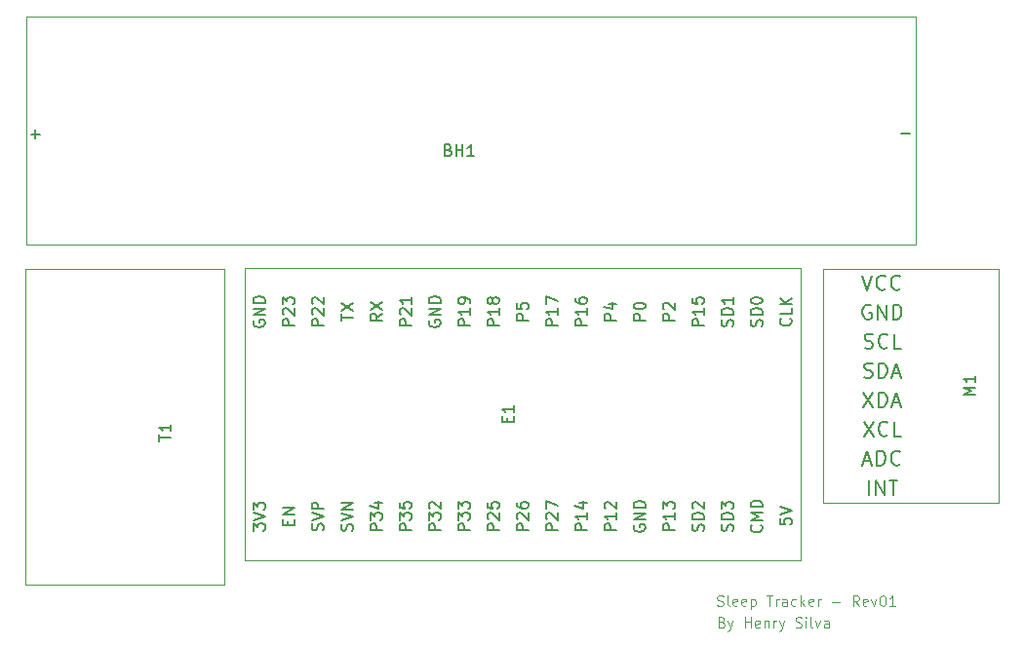
<source format=gbr>
G04 #@! TF.GenerationSoftware,KiCad,Pcbnew,(5.1.0)-1*
G04 #@! TF.CreationDate,2019-04-13T21:09:27-07:00*
G04 #@! TF.ProjectId,PCBv1,50434276-312e-46b6-9963-61645f706362,rev?*
G04 #@! TF.SameCoordinates,Original*
G04 #@! TF.FileFunction,Legend,Top*
G04 #@! TF.FilePolarity,Positive*
%FSLAX46Y46*%
G04 Gerber Fmt 4.6, Leading zero omitted, Abs format (unit mm)*
G04 Created by KiCad (PCBNEW (5.1.0)-1) date 2019-04-13 21:09:27*
%MOMM*%
%LPD*%
G04 APERTURE LIST*
%ADD10C,0.100000*%
%ADD11C,0.120000*%
%ADD12C,0.150000*%
G04 APERTURE END LIST*
D10*
X152446428Y-124585714D02*
X152575000Y-124628571D01*
X152617857Y-124671428D01*
X152660714Y-124757142D01*
X152660714Y-124885714D01*
X152617857Y-124971428D01*
X152575000Y-125014285D01*
X152489285Y-125057142D01*
X152146428Y-125057142D01*
X152146428Y-124157142D01*
X152446428Y-124157142D01*
X152532142Y-124200000D01*
X152575000Y-124242857D01*
X152617857Y-124328571D01*
X152617857Y-124414285D01*
X152575000Y-124500000D01*
X152532142Y-124542857D01*
X152446428Y-124585714D01*
X152146428Y-124585714D01*
X152960714Y-124457142D02*
X153175000Y-125057142D01*
X153389285Y-124457142D02*
X153175000Y-125057142D01*
X153089285Y-125271428D01*
X153046428Y-125314285D01*
X152960714Y-125357142D01*
X154417857Y-125057142D02*
X154417857Y-124157142D01*
X154417857Y-124585714D02*
X154932142Y-124585714D01*
X154932142Y-125057142D02*
X154932142Y-124157142D01*
X155703571Y-125014285D02*
X155617857Y-125057142D01*
X155446428Y-125057142D01*
X155360714Y-125014285D01*
X155317857Y-124928571D01*
X155317857Y-124585714D01*
X155360714Y-124500000D01*
X155446428Y-124457142D01*
X155617857Y-124457142D01*
X155703571Y-124500000D01*
X155746428Y-124585714D01*
X155746428Y-124671428D01*
X155317857Y-124757142D01*
X156132142Y-124457142D02*
X156132142Y-125057142D01*
X156132142Y-124542857D02*
X156175000Y-124500000D01*
X156260714Y-124457142D01*
X156389285Y-124457142D01*
X156475000Y-124500000D01*
X156517857Y-124585714D01*
X156517857Y-125057142D01*
X156946428Y-125057142D02*
X156946428Y-124457142D01*
X156946428Y-124628571D02*
X156989285Y-124542857D01*
X157032142Y-124500000D01*
X157117857Y-124457142D01*
X157203571Y-124457142D01*
X157417857Y-124457142D02*
X157632142Y-125057142D01*
X157846428Y-124457142D02*
X157632142Y-125057142D01*
X157546428Y-125271428D01*
X157503571Y-125314285D01*
X157417857Y-125357142D01*
X158832142Y-125014285D02*
X158960714Y-125057142D01*
X159175000Y-125057142D01*
X159260714Y-125014285D01*
X159303571Y-124971428D01*
X159346428Y-124885714D01*
X159346428Y-124800000D01*
X159303571Y-124714285D01*
X159260714Y-124671428D01*
X159175000Y-124628571D01*
X159003571Y-124585714D01*
X158917857Y-124542857D01*
X158875000Y-124500000D01*
X158832142Y-124414285D01*
X158832142Y-124328571D01*
X158875000Y-124242857D01*
X158917857Y-124200000D01*
X159003571Y-124157142D01*
X159217857Y-124157142D01*
X159346428Y-124200000D01*
X159732142Y-125057142D02*
X159732142Y-124457142D01*
X159732142Y-124157142D02*
X159689285Y-124200000D01*
X159732142Y-124242857D01*
X159775000Y-124200000D01*
X159732142Y-124157142D01*
X159732142Y-124242857D01*
X160289285Y-125057142D02*
X160203571Y-125014285D01*
X160160714Y-124928571D01*
X160160714Y-124157142D01*
X160546428Y-124457142D02*
X160760714Y-125057142D01*
X160975000Y-124457142D01*
X161703571Y-125057142D02*
X161703571Y-124585714D01*
X161660714Y-124500000D01*
X161575000Y-124457142D01*
X161403571Y-124457142D01*
X161317857Y-124500000D01*
X161703571Y-125014285D02*
X161617857Y-125057142D01*
X161403571Y-125057142D01*
X161317857Y-125014285D01*
X161275000Y-124928571D01*
X161275000Y-124842857D01*
X161317857Y-124757142D01*
X161403571Y-124714285D01*
X161617857Y-124714285D01*
X161703571Y-124671428D01*
X152039285Y-123139285D02*
X152167857Y-123182142D01*
X152382142Y-123182142D01*
X152467857Y-123139285D01*
X152510714Y-123096428D01*
X152553571Y-123010714D01*
X152553571Y-122925000D01*
X152510714Y-122839285D01*
X152467857Y-122796428D01*
X152382142Y-122753571D01*
X152210714Y-122710714D01*
X152125000Y-122667857D01*
X152082142Y-122625000D01*
X152039285Y-122539285D01*
X152039285Y-122453571D01*
X152082142Y-122367857D01*
X152125000Y-122325000D01*
X152210714Y-122282142D01*
X152425000Y-122282142D01*
X152553571Y-122325000D01*
X153067857Y-123182142D02*
X152982142Y-123139285D01*
X152939285Y-123053571D01*
X152939285Y-122282142D01*
X153753571Y-123139285D02*
X153667857Y-123182142D01*
X153496428Y-123182142D01*
X153410714Y-123139285D01*
X153367857Y-123053571D01*
X153367857Y-122710714D01*
X153410714Y-122625000D01*
X153496428Y-122582142D01*
X153667857Y-122582142D01*
X153753571Y-122625000D01*
X153796428Y-122710714D01*
X153796428Y-122796428D01*
X153367857Y-122882142D01*
X154525000Y-123139285D02*
X154439285Y-123182142D01*
X154267857Y-123182142D01*
X154182142Y-123139285D01*
X154139285Y-123053571D01*
X154139285Y-122710714D01*
X154182142Y-122625000D01*
X154267857Y-122582142D01*
X154439285Y-122582142D01*
X154525000Y-122625000D01*
X154567857Y-122710714D01*
X154567857Y-122796428D01*
X154139285Y-122882142D01*
X154953571Y-122582142D02*
X154953571Y-123482142D01*
X154953571Y-122625000D02*
X155039285Y-122582142D01*
X155210714Y-122582142D01*
X155296428Y-122625000D01*
X155339285Y-122667857D01*
X155382142Y-122753571D01*
X155382142Y-123010714D01*
X155339285Y-123096428D01*
X155296428Y-123139285D01*
X155210714Y-123182142D01*
X155039285Y-123182142D01*
X154953571Y-123139285D01*
X156325000Y-122282142D02*
X156839285Y-122282142D01*
X156582142Y-123182142D02*
X156582142Y-122282142D01*
X157139285Y-123182142D02*
X157139285Y-122582142D01*
X157139285Y-122753571D02*
X157182142Y-122667857D01*
X157225000Y-122625000D01*
X157310714Y-122582142D01*
X157396428Y-122582142D01*
X158082142Y-123182142D02*
X158082142Y-122710714D01*
X158039285Y-122625000D01*
X157953571Y-122582142D01*
X157782142Y-122582142D01*
X157696428Y-122625000D01*
X158082142Y-123139285D02*
X157996428Y-123182142D01*
X157782142Y-123182142D01*
X157696428Y-123139285D01*
X157653571Y-123053571D01*
X157653571Y-122967857D01*
X157696428Y-122882142D01*
X157782142Y-122839285D01*
X157996428Y-122839285D01*
X158082142Y-122796428D01*
X158896428Y-123139285D02*
X158810714Y-123182142D01*
X158639285Y-123182142D01*
X158553571Y-123139285D01*
X158510714Y-123096428D01*
X158467857Y-123010714D01*
X158467857Y-122753571D01*
X158510714Y-122667857D01*
X158553571Y-122625000D01*
X158639285Y-122582142D01*
X158810714Y-122582142D01*
X158896428Y-122625000D01*
X159282142Y-123182142D02*
X159282142Y-122282142D01*
X159367857Y-122839285D02*
X159625000Y-123182142D01*
X159625000Y-122582142D02*
X159282142Y-122925000D01*
X160353571Y-123139285D02*
X160267857Y-123182142D01*
X160096428Y-123182142D01*
X160010714Y-123139285D01*
X159967857Y-123053571D01*
X159967857Y-122710714D01*
X160010714Y-122625000D01*
X160096428Y-122582142D01*
X160267857Y-122582142D01*
X160353571Y-122625000D01*
X160396428Y-122710714D01*
X160396428Y-122796428D01*
X159967857Y-122882142D01*
X160782142Y-123182142D02*
X160782142Y-122582142D01*
X160782142Y-122753571D02*
X160825000Y-122667857D01*
X160867857Y-122625000D01*
X160953571Y-122582142D01*
X161039285Y-122582142D01*
X162025000Y-122839285D02*
X162710714Y-122839285D01*
X164339285Y-123182142D02*
X164039285Y-122753571D01*
X163825000Y-123182142D02*
X163825000Y-122282142D01*
X164167857Y-122282142D01*
X164253571Y-122325000D01*
X164296428Y-122367857D01*
X164339285Y-122453571D01*
X164339285Y-122582142D01*
X164296428Y-122667857D01*
X164253571Y-122710714D01*
X164167857Y-122753571D01*
X163825000Y-122753571D01*
X165067857Y-123139285D02*
X164982142Y-123182142D01*
X164810714Y-123182142D01*
X164725000Y-123139285D01*
X164682142Y-123053571D01*
X164682142Y-122710714D01*
X164725000Y-122625000D01*
X164810714Y-122582142D01*
X164982142Y-122582142D01*
X165067857Y-122625000D01*
X165110714Y-122710714D01*
X165110714Y-122796428D01*
X164682142Y-122882142D01*
X165410714Y-122582142D02*
X165625000Y-123182142D01*
X165839285Y-122582142D01*
X166353571Y-122282142D02*
X166439285Y-122282142D01*
X166525000Y-122325000D01*
X166567857Y-122367857D01*
X166610714Y-122453571D01*
X166653571Y-122625000D01*
X166653571Y-122839285D01*
X166610714Y-123010714D01*
X166567857Y-123096428D01*
X166525000Y-123139285D01*
X166439285Y-123182142D01*
X166353571Y-123182142D01*
X166267857Y-123139285D01*
X166225000Y-123096428D01*
X166182142Y-123010714D01*
X166139285Y-122839285D01*
X166139285Y-122625000D01*
X166182142Y-122453571D01*
X166225000Y-122367857D01*
X166267857Y-122325000D01*
X166353571Y-122282142D01*
X167510714Y-123182142D02*
X166996428Y-123182142D01*
X167253571Y-123182142D02*
X167253571Y-122282142D01*
X167167857Y-122410714D01*
X167082142Y-122496428D01*
X166996428Y-122539285D01*
D11*
X161260000Y-114200000D02*
X176500000Y-114200000D01*
X161260000Y-93880000D02*
X161260000Y-114200000D01*
X176500000Y-93880000D02*
X161260000Y-93880000D01*
X176500000Y-114200000D02*
X176500000Y-93880000D01*
X169250000Y-91762000D02*
X169250000Y-71950000D01*
X99146000Y-91762000D02*
X169250000Y-91762000D01*
X169250000Y-71950000D02*
X99146000Y-71950000D01*
X92034000Y-91762000D02*
X99146000Y-91762000D01*
X92034000Y-71950000D02*
X92034000Y-91762000D01*
X99146000Y-71950000D02*
X92034000Y-71950000D01*
X91948000Y-121285000D02*
X109220000Y-121285000D01*
X91948000Y-93853000D02*
X91948000Y-121285000D01*
X109220000Y-93853000D02*
X91948000Y-93853000D01*
X109220000Y-121285000D02*
X109220000Y-93853000D01*
X159300000Y-119200000D02*
X159300000Y-93800000D01*
X159300000Y-93800000D02*
X111040000Y-93800000D01*
X111040000Y-93800000D02*
X111040000Y-119200000D01*
X111040000Y-119200000D02*
X159300000Y-119200000D01*
D12*
X174412380Y-104849523D02*
X173412380Y-104849523D01*
X174126666Y-104516190D01*
X173412380Y-104182857D01*
X174412380Y-104182857D01*
X174412380Y-103182857D02*
X174412380Y-103754285D01*
X174412380Y-103468571D02*
X173412380Y-103468571D01*
X173555238Y-103563809D01*
X173650476Y-103659047D01*
X173698095Y-103754285D01*
X165190952Y-113504523D02*
X165190952Y-112234523D01*
X165795714Y-113504523D02*
X165795714Y-112234523D01*
X166521428Y-113504523D01*
X166521428Y-112234523D01*
X166944761Y-112234523D02*
X167670476Y-112234523D01*
X167307619Y-113504523D02*
X167307619Y-112234523D01*
X164767619Y-110601666D02*
X165372380Y-110601666D01*
X164646666Y-110964523D02*
X165070000Y-109694523D01*
X165493333Y-110964523D01*
X165916666Y-110964523D02*
X165916666Y-109694523D01*
X166219047Y-109694523D01*
X166400476Y-109755000D01*
X166521428Y-109875952D01*
X166581904Y-109996904D01*
X166642380Y-110238809D01*
X166642380Y-110420238D01*
X166581904Y-110662142D01*
X166521428Y-110783095D01*
X166400476Y-110904047D01*
X166219047Y-110964523D01*
X165916666Y-110964523D01*
X167912380Y-110843571D02*
X167851904Y-110904047D01*
X167670476Y-110964523D01*
X167549523Y-110964523D01*
X167368095Y-110904047D01*
X167247142Y-110783095D01*
X167186666Y-110662142D01*
X167126190Y-110420238D01*
X167126190Y-110238809D01*
X167186666Y-109996904D01*
X167247142Y-109875952D01*
X167368095Y-109755000D01*
X167549523Y-109694523D01*
X167670476Y-109694523D01*
X167851904Y-109755000D01*
X167912380Y-109815476D01*
X164767619Y-107154523D02*
X165614285Y-108424523D01*
X165614285Y-107154523D02*
X164767619Y-108424523D01*
X166823809Y-108303571D02*
X166763333Y-108364047D01*
X166581904Y-108424523D01*
X166460952Y-108424523D01*
X166279523Y-108364047D01*
X166158571Y-108243095D01*
X166098095Y-108122142D01*
X166037619Y-107880238D01*
X166037619Y-107698809D01*
X166098095Y-107456904D01*
X166158571Y-107335952D01*
X166279523Y-107215000D01*
X166460952Y-107154523D01*
X166581904Y-107154523D01*
X166763333Y-107215000D01*
X166823809Y-107275476D01*
X167972857Y-108424523D02*
X167368095Y-108424523D01*
X167368095Y-107154523D01*
X164737380Y-104614523D02*
X165584047Y-105884523D01*
X165584047Y-104614523D02*
X164737380Y-105884523D01*
X166067857Y-105884523D02*
X166067857Y-104614523D01*
X166370238Y-104614523D01*
X166551666Y-104675000D01*
X166672619Y-104795952D01*
X166733095Y-104916904D01*
X166793571Y-105158809D01*
X166793571Y-105340238D01*
X166733095Y-105582142D01*
X166672619Y-105703095D01*
X166551666Y-105824047D01*
X166370238Y-105884523D01*
X166067857Y-105884523D01*
X167277380Y-105521666D02*
X167882142Y-105521666D01*
X167156428Y-105884523D02*
X167579761Y-104614523D01*
X168003095Y-105884523D01*
X164797857Y-103284047D02*
X164979285Y-103344523D01*
X165281666Y-103344523D01*
X165402619Y-103284047D01*
X165463095Y-103223571D01*
X165523571Y-103102619D01*
X165523571Y-102981666D01*
X165463095Y-102860714D01*
X165402619Y-102800238D01*
X165281666Y-102739761D01*
X165039761Y-102679285D01*
X164918809Y-102618809D01*
X164858333Y-102558333D01*
X164797857Y-102437380D01*
X164797857Y-102316428D01*
X164858333Y-102195476D01*
X164918809Y-102135000D01*
X165039761Y-102074523D01*
X165342142Y-102074523D01*
X165523571Y-102135000D01*
X166067857Y-103344523D02*
X166067857Y-102074523D01*
X166370238Y-102074523D01*
X166551666Y-102135000D01*
X166672619Y-102255952D01*
X166733095Y-102376904D01*
X166793571Y-102618809D01*
X166793571Y-102800238D01*
X166733095Y-103042142D01*
X166672619Y-103163095D01*
X166551666Y-103284047D01*
X166370238Y-103344523D01*
X166067857Y-103344523D01*
X167277380Y-102981666D02*
X167882142Y-102981666D01*
X167156428Y-103344523D02*
X167579761Y-102074523D01*
X168003095Y-103344523D01*
X164828095Y-100744047D02*
X165009523Y-100804523D01*
X165311904Y-100804523D01*
X165432857Y-100744047D01*
X165493333Y-100683571D01*
X165553809Y-100562619D01*
X165553809Y-100441666D01*
X165493333Y-100320714D01*
X165432857Y-100260238D01*
X165311904Y-100199761D01*
X165070000Y-100139285D01*
X164949047Y-100078809D01*
X164888571Y-100018333D01*
X164828095Y-99897380D01*
X164828095Y-99776428D01*
X164888571Y-99655476D01*
X164949047Y-99595000D01*
X165070000Y-99534523D01*
X165372380Y-99534523D01*
X165553809Y-99595000D01*
X166823809Y-100683571D02*
X166763333Y-100744047D01*
X166581904Y-100804523D01*
X166460952Y-100804523D01*
X166279523Y-100744047D01*
X166158571Y-100623095D01*
X166098095Y-100502142D01*
X166037619Y-100260238D01*
X166037619Y-100078809D01*
X166098095Y-99836904D01*
X166158571Y-99715952D01*
X166279523Y-99595000D01*
X166460952Y-99534523D01*
X166581904Y-99534523D01*
X166763333Y-99595000D01*
X166823809Y-99655476D01*
X167972857Y-100804523D02*
X167368095Y-100804523D01*
X167368095Y-99534523D01*
X165372380Y-97055000D02*
X165251428Y-96994523D01*
X165070000Y-96994523D01*
X164888571Y-97055000D01*
X164767619Y-97175952D01*
X164707142Y-97296904D01*
X164646666Y-97538809D01*
X164646666Y-97720238D01*
X164707142Y-97962142D01*
X164767619Y-98083095D01*
X164888571Y-98204047D01*
X165070000Y-98264523D01*
X165190952Y-98264523D01*
X165372380Y-98204047D01*
X165432857Y-98143571D01*
X165432857Y-97720238D01*
X165190952Y-97720238D01*
X165977142Y-98264523D02*
X165977142Y-96994523D01*
X166702857Y-98264523D01*
X166702857Y-96994523D01*
X167307619Y-98264523D02*
X167307619Y-96994523D01*
X167610000Y-96994523D01*
X167791428Y-97055000D01*
X167912380Y-97175952D01*
X167972857Y-97296904D01*
X168033333Y-97538809D01*
X168033333Y-97720238D01*
X167972857Y-97962142D01*
X167912380Y-98083095D01*
X167791428Y-98204047D01*
X167610000Y-98264523D01*
X167307619Y-98264523D01*
X164646666Y-94454523D02*
X165070000Y-95724523D01*
X165493333Y-94454523D01*
X166642380Y-95603571D02*
X166581904Y-95664047D01*
X166400476Y-95724523D01*
X166279523Y-95724523D01*
X166098095Y-95664047D01*
X165977142Y-95543095D01*
X165916666Y-95422142D01*
X165856190Y-95180238D01*
X165856190Y-94998809D01*
X165916666Y-94756904D01*
X165977142Y-94635952D01*
X166098095Y-94515000D01*
X166279523Y-94454523D01*
X166400476Y-94454523D01*
X166581904Y-94515000D01*
X166642380Y-94575476D01*
X167912380Y-95603571D02*
X167851904Y-95664047D01*
X167670476Y-95724523D01*
X167549523Y-95724523D01*
X167368095Y-95664047D01*
X167247142Y-95543095D01*
X167186666Y-95422142D01*
X167126190Y-95180238D01*
X167126190Y-94998809D01*
X167186666Y-94756904D01*
X167247142Y-94635952D01*
X167368095Y-94515000D01*
X167549523Y-94454523D01*
X167670476Y-94454523D01*
X167851904Y-94515000D01*
X167912380Y-94575476D01*
X128697428Y-83562571D02*
X128840285Y-83610190D01*
X128887904Y-83657809D01*
X128935523Y-83753047D01*
X128935523Y-83895904D01*
X128887904Y-83991142D01*
X128840285Y-84038761D01*
X128745047Y-84086380D01*
X128364095Y-84086380D01*
X128364095Y-83086380D01*
X128697428Y-83086380D01*
X128792666Y-83134000D01*
X128840285Y-83181619D01*
X128887904Y-83276857D01*
X128887904Y-83372095D01*
X128840285Y-83467333D01*
X128792666Y-83514952D01*
X128697428Y-83562571D01*
X128364095Y-83562571D01*
X129364095Y-84086380D02*
X129364095Y-83086380D01*
X129364095Y-83562571D02*
X129935523Y-83562571D01*
X129935523Y-84086380D02*
X129935523Y-83086380D01*
X130935523Y-84086380D02*
X130364095Y-84086380D01*
X130649809Y-84086380D02*
X130649809Y-83086380D01*
X130554571Y-83229238D01*
X130459333Y-83324476D01*
X130364095Y-83372095D01*
X168044047Y-82146428D02*
X168805952Y-82146428D01*
X92444047Y-82171428D02*
X93205952Y-82171428D01*
X92825000Y-82552380D02*
X92825000Y-81790476D01*
X103592380Y-108838904D02*
X103592380Y-108267476D01*
X104592380Y-108553190D02*
X103592380Y-108553190D01*
X104592380Y-107410333D02*
X104592380Y-107981761D01*
X104592380Y-107696047D02*
X103592380Y-107696047D01*
X103735238Y-107791285D01*
X103830476Y-107886523D01*
X103878095Y-107981761D01*
X133828571Y-107190476D02*
X133828571Y-106857142D01*
X134352380Y-106714285D02*
X134352380Y-107190476D01*
X133352380Y-107190476D01*
X133352380Y-106714285D01*
X134352380Y-105761904D02*
X134352380Y-106333333D01*
X134352380Y-106047619D02*
X133352380Y-106047619D01*
X133495238Y-106142857D01*
X133590476Y-106238095D01*
X133638095Y-106333333D01*
X111762380Y-116628095D02*
X111762380Y-116009047D01*
X112143333Y-116342380D01*
X112143333Y-116199523D01*
X112190952Y-116104285D01*
X112238571Y-116056666D01*
X112333809Y-116009047D01*
X112571904Y-116009047D01*
X112667142Y-116056666D01*
X112714761Y-116104285D01*
X112762380Y-116199523D01*
X112762380Y-116485238D01*
X112714761Y-116580476D01*
X112667142Y-116628095D01*
X111762380Y-115723333D02*
X112762380Y-115390000D01*
X111762380Y-115056666D01*
X111762380Y-114818571D02*
X111762380Y-114199523D01*
X112143333Y-114532857D01*
X112143333Y-114390000D01*
X112190952Y-114294761D01*
X112238571Y-114247142D01*
X112333809Y-114199523D01*
X112571904Y-114199523D01*
X112667142Y-114247142D01*
X112714761Y-114294761D01*
X112762380Y-114390000D01*
X112762380Y-114675714D01*
X112714761Y-114770952D01*
X112667142Y-114818571D01*
X114778571Y-116128095D02*
X114778571Y-115794761D01*
X115302380Y-115651904D02*
X115302380Y-116128095D01*
X114302380Y-116128095D01*
X114302380Y-115651904D01*
X115302380Y-115223333D02*
X114302380Y-115223333D01*
X115302380Y-114651904D01*
X114302380Y-114651904D01*
X117794761Y-116604285D02*
X117842380Y-116461428D01*
X117842380Y-116223333D01*
X117794761Y-116128095D01*
X117747142Y-116080476D01*
X117651904Y-116032857D01*
X117556666Y-116032857D01*
X117461428Y-116080476D01*
X117413809Y-116128095D01*
X117366190Y-116223333D01*
X117318571Y-116413809D01*
X117270952Y-116509047D01*
X117223333Y-116556666D01*
X117128095Y-116604285D01*
X117032857Y-116604285D01*
X116937619Y-116556666D01*
X116890000Y-116509047D01*
X116842380Y-116413809D01*
X116842380Y-116175714D01*
X116890000Y-116032857D01*
X116842380Y-115747142D02*
X117842380Y-115413809D01*
X116842380Y-115080476D01*
X117842380Y-114747142D02*
X116842380Y-114747142D01*
X116842380Y-114366190D01*
X116890000Y-114270952D01*
X116937619Y-114223333D01*
X117032857Y-114175714D01*
X117175714Y-114175714D01*
X117270952Y-114223333D01*
X117318571Y-114270952D01*
X117366190Y-114366190D01*
X117366190Y-114747142D01*
X120334761Y-116628095D02*
X120382380Y-116485238D01*
X120382380Y-116247142D01*
X120334761Y-116151904D01*
X120287142Y-116104285D01*
X120191904Y-116056666D01*
X120096666Y-116056666D01*
X120001428Y-116104285D01*
X119953809Y-116151904D01*
X119906190Y-116247142D01*
X119858571Y-116437619D01*
X119810952Y-116532857D01*
X119763333Y-116580476D01*
X119668095Y-116628095D01*
X119572857Y-116628095D01*
X119477619Y-116580476D01*
X119430000Y-116532857D01*
X119382380Y-116437619D01*
X119382380Y-116199523D01*
X119430000Y-116056666D01*
X119382380Y-115770952D02*
X120382380Y-115437619D01*
X119382380Y-115104285D01*
X120382380Y-114770952D02*
X119382380Y-114770952D01*
X120382380Y-114199523D01*
X119382380Y-114199523D01*
X122922380Y-116604285D02*
X121922380Y-116604285D01*
X121922380Y-116223333D01*
X121970000Y-116128095D01*
X122017619Y-116080476D01*
X122112857Y-116032857D01*
X122255714Y-116032857D01*
X122350952Y-116080476D01*
X122398571Y-116128095D01*
X122446190Y-116223333D01*
X122446190Y-116604285D01*
X121922380Y-115699523D02*
X121922380Y-115080476D01*
X122303333Y-115413809D01*
X122303333Y-115270952D01*
X122350952Y-115175714D01*
X122398571Y-115128095D01*
X122493809Y-115080476D01*
X122731904Y-115080476D01*
X122827142Y-115128095D01*
X122874761Y-115175714D01*
X122922380Y-115270952D01*
X122922380Y-115556666D01*
X122874761Y-115651904D01*
X122827142Y-115699523D01*
X122255714Y-114223333D02*
X122922380Y-114223333D01*
X121874761Y-114461428D02*
X122589047Y-114699523D01*
X122589047Y-114080476D01*
X125462380Y-116604285D02*
X124462380Y-116604285D01*
X124462380Y-116223333D01*
X124510000Y-116128095D01*
X124557619Y-116080476D01*
X124652857Y-116032857D01*
X124795714Y-116032857D01*
X124890952Y-116080476D01*
X124938571Y-116128095D01*
X124986190Y-116223333D01*
X124986190Y-116604285D01*
X124462380Y-115699523D02*
X124462380Y-115080476D01*
X124843333Y-115413809D01*
X124843333Y-115270952D01*
X124890952Y-115175714D01*
X124938571Y-115128095D01*
X125033809Y-115080476D01*
X125271904Y-115080476D01*
X125367142Y-115128095D01*
X125414761Y-115175714D01*
X125462380Y-115270952D01*
X125462380Y-115556666D01*
X125414761Y-115651904D01*
X125367142Y-115699523D01*
X124462380Y-114175714D02*
X124462380Y-114651904D01*
X124938571Y-114699523D01*
X124890952Y-114651904D01*
X124843333Y-114556666D01*
X124843333Y-114318571D01*
X124890952Y-114223333D01*
X124938571Y-114175714D01*
X125033809Y-114128095D01*
X125271904Y-114128095D01*
X125367142Y-114175714D01*
X125414761Y-114223333D01*
X125462380Y-114318571D01*
X125462380Y-114556666D01*
X125414761Y-114651904D01*
X125367142Y-114699523D01*
X128002380Y-116604285D02*
X127002380Y-116604285D01*
X127002380Y-116223333D01*
X127050000Y-116128095D01*
X127097619Y-116080476D01*
X127192857Y-116032857D01*
X127335714Y-116032857D01*
X127430952Y-116080476D01*
X127478571Y-116128095D01*
X127526190Y-116223333D01*
X127526190Y-116604285D01*
X127002380Y-115699523D02*
X127002380Y-115080476D01*
X127383333Y-115413809D01*
X127383333Y-115270952D01*
X127430952Y-115175714D01*
X127478571Y-115128095D01*
X127573809Y-115080476D01*
X127811904Y-115080476D01*
X127907142Y-115128095D01*
X127954761Y-115175714D01*
X128002380Y-115270952D01*
X128002380Y-115556666D01*
X127954761Y-115651904D01*
X127907142Y-115699523D01*
X127097619Y-114699523D02*
X127050000Y-114651904D01*
X127002380Y-114556666D01*
X127002380Y-114318571D01*
X127050000Y-114223333D01*
X127097619Y-114175714D01*
X127192857Y-114128095D01*
X127288095Y-114128095D01*
X127430952Y-114175714D01*
X128002380Y-114747142D01*
X128002380Y-114128095D01*
X130542380Y-116604285D02*
X129542380Y-116604285D01*
X129542380Y-116223333D01*
X129590000Y-116128095D01*
X129637619Y-116080476D01*
X129732857Y-116032857D01*
X129875714Y-116032857D01*
X129970952Y-116080476D01*
X130018571Y-116128095D01*
X130066190Y-116223333D01*
X130066190Y-116604285D01*
X129542380Y-115699523D02*
X129542380Y-115080476D01*
X129923333Y-115413809D01*
X129923333Y-115270952D01*
X129970952Y-115175714D01*
X130018571Y-115128095D01*
X130113809Y-115080476D01*
X130351904Y-115080476D01*
X130447142Y-115128095D01*
X130494761Y-115175714D01*
X130542380Y-115270952D01*
X130542380Y-115556666D01*
X130494761Y-115651904D01*
X130447142Y-115699523D01*
X129542380Y-114747142D02*
X129542380Y-114128095D01*
X129923333Y-114461428D01*
X129923333Y-114318571D01*
X129970952Y-114223333D01*
X130018571Y-114175714D01*
X130113809Y-114128095D01*
X130351904Y-114128095D01*
X130447142Y-114175714D01*
X130494761Y-114223333D01*
X130542380Y-114318571D01*
X130542380Y-114604285D01*
X130494761Y-114699523D01*
X130447142Y-114747142D01*
X133082380Y-116604285D02*
X132082380Y-116604285D01*
X132082380Y-116223333D01*
X132130000Y-116128095D01*
X132177619Y-116080476D01*
X132272857Y-116032857D01*
X132415714Y-116032857D01*
X132510952Y-116080476D01*
X132558571Y-116128095D01*
X132606190Y-116223333D01*
X132606190Y-116604285D01*
X132177619Y-115651904D02*
X132130000Y-115604285D01*
X132082380Y-115509047D01*
X132082380Y-115270952D01*
X132130000Y-115175714D01*
X132177619Y-115128095D01*
X132272857Y-115080476D01*
X132368095Y-115080476D01*
X132510952Y-115128095D01*
X133082380Y-115699523D01*
X133082380Y-115080476D01*
X132082380Y-114175714D02*
X132082380Y-114651904D01*
X132558571Y-114699523D01*
X132510952Y-114651904D01*
X132463333Y-114556666D01*
X132463333Y-114318571D01*
X132510952Y-114223333D01*
X132558571Y-114175714D01*
X132653809Y-114128095D01*
X132891904Y-114128095D01*
X132987142Y-114175714D01*
X133034761Y-114223333D01*
X133082380Y-114318571D01*
X133082380Y-114556666D01*
X133034761Y-114651904D01*
X132987142Y-114699523D01*
X135622380Y-116604285D02*
X134622380Y-116604285D01*
X134622380Y-116223333D01*
X134670000Y-116128095D01*
X134717619Y-116080476D01*
X134812857Y-116032857D01*
X134955714Y-116032857D01*
X135050952Y-116080476D01*
X135098571Y-116128095D01*
X135146190Y-116223333D01*
X135146190Y-116604285D01*
X134717619Y-115651904D02*
X134670000Y-115604285D01*
X134622380Y-115509047D01*
X134622380Y-115270952D01*
X134670000Y-115175714D01*
X134717619Y-115128095D01*
X134812857Y-115080476D01*
X134908095Y-115080476D01*
X135050952Y-115128095D01*
X135622380Y-115699523D01*
X135622380Y-115080476D01*
X134622380Y-114223333D02*
X134622380Y-114413809D01*
X134670000Y-114509047D01*
X134717619Y-114556666D01*
X134860476Y-114651904D01*
X135050952Y-114699523D01*
X135431904Y-114699523D01*
X135527142Y-114651904D01*
X135574761Y-114604285D01*
X135622380Y-114509047D01*
X135622380Y-114318571D01*
X135574761Y-114223333D01*
X135527142Y-114175714D01*
X135431904Y-114128095D01*
X135193809Y-114128095D01*
X135098571Y-114175714D01*
X135050952Y-114223333D01*
X135003333Y-114318571D01*
X135003333Y-114509047D01*
X135050952Y-114604285D01*
X135098571Y-114651904D01*
X135193809Y-114699523D01*
X138162380Y-116604285D02*
X137162380Y-116604285D01*
X137162380Y-116223333D01*
X137210000Y-116128095D01*
X137257619Y-116080476D01*
X137352857Y-116032857D01*
X137495714Y-116032857D01*
X137590952Y-116080476D01*
X137638571Y-116128095D01*
X137686190Y-116223333D01*
X137686190Y-116604285D01*
X137257619Y-115651904D02*
X137210000Y-115604285D01*
X137162380Y-115509047D01*
X137162380Y-115270952D01*
X137210000Y-115175714D01*
X137257619Y-115128095D01*
X137352857Y-115080476D01*
X137448095Y-115080476D01*
X137590952Y-115128095D01*
X138162380Y-115699523D01*
X138162380Y-115080476D01*
X137162380Y-114747142D02*
X137162380Y-114080476D01*
X138162380Y-114509047D01*
X140702380Y-116604285D02*
X139702380Y-116604285D01*
X139702380Y-116223333D01*
X139750000Y-116128095D01*
X139797619Y-116080476D01*
X139892857Y-116032857D01*
X140035714Y-116032857D01*
X140130952Y-116080476D01*
X140178571Y-116128095D01*
X140226190Y-116223333D01*
X140226190Y-116604285D01*
X140702380Y-115080476D02*
X140702380Y-115651904D01*
X140702380Y-115366190D02*
X139702380Y-115366190D01*
X139845238Y-115461428D01*
X139940476Y-115556666D01*
X139988095Y-115651904D01*
X140035714Y-114223333D02*
X140702380Y-114223333D01*
X139654761Y-114461428D02*
X140369047Y-114699523D01*
X140369047Y-114080476D01*
X143242380Y-116604285D02*
X142242380Y-116604285D01*
X142242380Y-116223333D01*
X142290000Y-116128095D01*
X142337619Y-116080476D01*
X142432857Y-116032857D01*
X142575714Y-116032857D01*
X142670952Y-116080476D01*
X142718571Y-116128095D01*
X142766190Y-116223333D01*
X142766190Y-116604285D01*
X143242380Y-115080476D02*
X143242380Y-115651904D01*
X143242380Y-115366190D02*
X142242380Y-115366190D01*
X142385238Y-115461428D01*
X142480476Y-115556666D01*
X142528095Y-115651904D01*
X142337619Y-114699523D02*
X142290000Y-114651904D01*
X142242380Y-114556666D01*
X142242380Y-114318571D01*
X142290000Y-114223333D01*
X142337619Y-114175714D01*
X142432857Y-114128095D01*
X142528095Y-114128095D01*
X142670952Y-114175714D01*
X143242380Y-114747142D01*
X143242380Y-114128095D01*
X144830000Y-116151904D02*
X144782380Y-116247142D01*
X144782380Y-116390000D01*
X144830000Y-116532857D01*
X144925238Y-116628095D01*
X145020476Y-116675714D01*
X145210952Y-116723333D01*
X145353809Y-116723333D01*
X145544285Y-116675714D01*
X145639523Y-116628095D01*
X145734761Y-116532857D01*
X145782380Y-116390000D01*
X145782380Y-116294761D01*
X145734761Y-116151904D01*
X145687142Y-116104285D01*
X145353809Y-116104285D01*
X145353809Y-116294761D01*
X145782380Y-115675714D02*
X144782380Y-115675714D01*
X145782380Y-115104285D01*
X144782380Y-115104285D01*
X145782380Y-114628095D02*
X144782380Y-114628095D01*
X144782380Y-114390000D01*
X144830000Y-114247142D01*
X144925238Y-114151904D01*
X145020476Y-114104285D01*
X145210952Y-114056666D01*
X145353809Y-114056666D01*
X145544285Y-114104285D01*
X145639523Y-114151904D01*
X145734761Y-114247142D01*
X145782380Y-114390000D01*
X145782380Y-114628095D01*
X148322380Y-116604285D02*
X147322380Y-116604285D01*
X147322380Y-116223333D01*
X147370000Y-116128095D01*
X147417619Y-116080476D01*
X147512857Y-116032857D01*
X147655714Y-116032857D01*
X147750952Y-116080476D01*
X147798571Y-116128095D01*
X147846190Y-116223333D01*
X147846190Y-116604285D01*
X148322380Y-115080476D02*
X148322380Y-115651904D01*
X148322380Y-115366190D02*
X147322380Y-115366190D01*
X147465238Y-115461428D01*
X147560476Y-115556666D01*
X147608095Y-115651904D01*
X147322380Y-114747142D02*
X147322380Y-114128095D01*
X147703333Y-114461428D01*
X147703333Y-114318571D01*
X147750952Y-114223333D01*
X147798571Y-114175714D01*
X147893809Y-114128095D01*
X148131904Y-114128095D01*
X148227142Y-114175714D01*
X148274761Y-114223333D01*
X148322380Y-114318571D01*
X148322380Y-114604285D01*
X148274761Y-114699523D01*
X148227142Y-114747142D01*
X150814761Y-116651904D02*
X150862380Y-116509047D01*
X150862380Y-116270952D01*
X150814761Y-116175714D01*
X150767142Y-116128095D01*
X150671904Y-116080476D01*
X150576666Y-116080476D01*
X150481428Y-116128095D01*
X150433809Y-116175714D01*
X150386190Y-116270952D01*
X150338571Y-116461428D01*
X150290952Y-116556666D01*
X150243333Y-116604285D01*
X150148095Y-116651904D01*
X150052857Y-116651904D01*
X149957619Y-116604285D01*
X149910000Y-116556666D01*
X149862380Y-116461428D01*
X149862380Y-116223333D01*
X149910000Y-116080476D01*
X150862380Y-115651904D02*
X149862380Y-115651904D01*
X149862380Y-115413809D01*
X149910000Y-115270952D01*
X150005238Y-115175714D01*
X150100476Y-115128095D01*
X150290952Y-115080476D01*
X150433809Y-115080476D01*
X150624285Y-115128095D01*
X150719523Y-115175714D01*
X150814761Y-115270952D01*
X150862380Y-115413809D01*
X150862380Y-115651904D01*
X149957619Y-114699523D02*
X149910000Y-114651904D01*
X149862380Y-114556666D01*
X149862380Y-114318571D01*
X149910000Y-114223333D01*
X149957619Y-114175714D01*
X150052857Y-114128095D01*
X150148095Y-114128095D01*
X150290952Y-114175714D01*
X150862380Y-114747142D01*
X150862380Y-114128095D01*
X153354761Y-116651904D02*
X153402380Y-116509047D01*
X153402380Y-116270952D01*
X153354761Y-116175714D01*
X153307142Y-116128095D01*
X153211904Y-116080476D01*
X153116666Y-116080476D01*
X153021428Y-116128095D01*
X152973809Y-116175714D01*
X152926190Y-116270952D01*
X152878571Y-116461428D01*
X152830952Y-116556666D01*
X152783333Y-116604285D01*
X152688095Y-116651904D01*
X152592857Y-116651904D01*
X152497619Y-116604285D01*
X152450000Y-116556666D01*
X152402380Y-116461428D01*
X152402380Y-116223333D01*
X152450000Y-116080476D01*
X153402380Y-115651904D02*
X152402380Y-115651904D01*
X152402380Y-115413809D01*
X152450000Y-115270952D01*
X152545238Y-115175714D01*
X152640476Y-115128095D01*
X152830952Y-115080476D01*
X152973809Y-115080476D01*
X153164285Y-115128095D01*
X153259523Y-115175714D01*
X153354761Y-115270952D01*
X153402380Y-115413809D01*
X153402380Y-115651904D01*
X152402380Y-114747142D02*
X152402380Y-114128095D01*
X152783333Y-114461428D01*
X152783333Y-114318571D01*
X152830952Y-114223333D01*
X152878571Y-114175714D01*
X152973809Y-114128095D01*
X153211904Y-114128095D01*
X153307142Y-114175714D01*
X153354761Y-114223333D01*
X153402380Y-114318571D01*
X153402380Y-114604285D01*
X153354761Y-114699523D01*
X153307142Y-114747142D01*
X155847142Y-116151904D02*
X155894761Y-116199523D01*
X155942380Y-116342380D01*
X155942380Y-116437619D01*
X155894761Y-116580476D01*
X155799523Y-116675714D01*
X155704285Y-116723333D01*
X155513809Y-116770952D01*
X155370952Y-116770952D01*
X155180476Y-116723333D01*
X155085238Y-116675714D01*
X154990000Y-116580476D01*
X154942380Y-116437619D01*
X154942380Y-116342380D01*
X154990000Y-116199523D01*
X155037619Y-116151904D01*
X155942380Y-115723333D02*
X154942380Y-115723333D01*
X155656666Y-115390000D01*
X154942380Y-115056666D01*
X155942380Y-115056666D01*
X155942380Y-114580476D02*
X154942380Y-114580476D01*
X154942380Y-114342380D01*
X154990000Y-114199523D01*
X155085238Y-114104285D01*
X155180476Y-114056666D01*
X155370952Y-114009047D01*
X155513809Y-114009047D01*
X155704285Y-114056666D01*
X155799523Y-114104285D01*
X155894761Y-114199523D01*
X155942380Y-114342380D01*
X155942380Y-114580476D01*
X157482380Y-115580476D02*
X157482380Y-116056666D01*
X157958571Y-116104285D01*
X157910952Y-116056666D01*
X157863333Y-115961428D01*
X157863333Y-115723333D01*
X157910952Y-115628095D01*
X157958571Y-115580476D01*
X158053809Y-115532857D01*
X158291904Y-115532857D01*
X158387142Y-115580476D01*
X158434761Y-115628095D01*
X158482380Y-115723333D01*
X158482380Y-115961428D01*
X158434761Y-116056666D01*
X158387142Y-116104285D01*
X157482380Y-115247142D02*
X158482380Y-114913809D01*
X157482380Y-114580476D01*
X158387142Y-98205238D02*
X158434761Y-98252857D01*
X158482380Y-98395714D01*
X158482380Y-98490952D01*
X158434761Y-98633809D01*
X158339523Y-98729047D01*
X158244285Y-98776666D01*
X158053809Y-98824285D01*
X157910952Y-98824285D01*
X157720476Y-98776666D01*
X157625238Y-98729047D01*
X157530000Y-98633809D01*
X157482380Y-98490952D01*
X157482380Y-98395714D01*
X157530000Y-98252857D01*
X157577619Y-98205238D01*
X158482380Y-97300476D02*
X158482380Y-97776666D01*
X157482380Y-97776666D01*
X158482380Y-96967142D02*
X157482380Y-96967142D01*
X158482380Y-96395714D02*
X157910952Y-96824285D01*
X157482380Y-96395714D02*
X158053809Y-96967142D01*
X155894761Y-98871904D02*
X155942380Y-98729047D01*
X155942380Y-98490952D01*
X155894761Y-98395714D01*
X155847142Y-98348095D01*
X155751904Y-98300476D01*
X155656666Y-98300476D01*
X155561428Y-98348095D01*
X155513809Y-98395714D01*
X155466190Y-98490952D01*
X155418571Y-98681428D01*
X155370952Y-98776666D01*
X155323333Y-98824285D01*
X155228095Y-98871904D01*
X155132857Y-98871904D01*
X155037619Y-98824285D01*
X154990000Y-98776666D01*
X154942380Y-98681428D01*
X154942380Y-98443333D01*
X154990000Y-98300476D01*
X155942380Y-97871904D02*
X154942380Y-97871904D01*
X154942380Y-97633809D01*
X154990000Y-97490952D01*
X155085238Y-97395714D01*
X155180476Y-97348095D01*
X155370952Y-97300476D01*
X155513809Y-97300476D01*
X155704285Y-97348095D01*
X155799523Y-97395714D01*
X155894761Y-97490952D01*
X155942380Y-97633809D01*
X155942380Y-97871904D01*
X154942380Y-96681428D02*
X154942380Y-96586190D01*
X154990000Y-96490952D01*
X155037619Y-96443333D01*
X155132857Y-96395714D01*
X155323333Y-96348095D01*
X155561428Y-96348095D01*
X155751904Y-96395714D01*
X155847142Y-96443333D01*
X155894761Y-96490952D01*
X155942380Y-96586190D01*
X155942380Y-96681428D01*
X155894761Y-96776666D01*
X155847142Y-96824285D01*
X155751904Y-96871904D01*
X155561428Y-96919523D01*
X155323333Y-96919523D01*
X155132857Y-96871904D01*
X155037619Y-96824285D01*
X154990000Y-96776666D01*
X154942380Y-96681428D01*
X153354761Y-98871904D02*
X153402380Y-98729047D01*
X153402380Y-98490952D01*
X153354761Y-98395714D01*
X153307142Y-98348095D01*
X153211904Y-98300476D01*
X153116666Y-98300476D01*
X153021428Y-98348095D01*
X152973809Y-98395714D01*
X152926190Y-98490952D01*
X152878571Y-98681428D01*
X152830952Y-98776666D01*
X152783333Y-98824285D01*
X152688095Y-98871904D01*
X152592857Y-98871904D01*
X152497619Y-98824285D01*
X152450000Y-98776666D01*
X152402380Y-98681428D01*
X152402380Y-98443333D01*
X152450000Y-98300476D01*
X153402380Y-97871904D02*
X152402380Y-97871904D01*
X152402380Y-97633809D01*
X152450000Y-97490952D01*
X152545238Y-97395714D01*
X152640476Y-97348095D01*
X152830952Y-97300476D01*
X152973809Y-97300476D01*
X153164285Y-97348095D01*
X153259523Y-97395714D01*
X153354761Y-97490952D01*
X153402380Y-97633809D01*
X153402380Y-97871904D01*
X153402380Y-96348095D02*
X153402380Y-96919523D01*
X153402380Y-96633809D02*
X152402380Y-96633809D01*
X152545238Y-96729047D01*
X152640476Y-96824285D01*
X152688095Y-96919523D01*
X150862380Y-98824285D02*
X149862380Y-98824285D01*
X149862380Y-98443333D01*
X149910000Y-98348095D01*
X149957619Y-98300476D01*
X150052857Y-98252857D01*
X150195714Y-98252857D01*
X150290952Y-98300476D01*
X150338571Y-98348095D01*
X150386190Y-98443333D01*
X150386190Y-98824285D01*
X150862380Y-97300476D02*
X150862380Y-97871904D01*
X150862380Y-97586190D02*
X149862380Y-97586190D01*
X150005238Y-97681428D01*
X150100476Y-97776666D01*
X150148095Y-97871904D01*
X149862380Y-96395714D02*
X149862380Y-96871904D01*
X150338571Y-96919523D01*
X150290952Y-96871904D01*
X150243333Y-96776666D01*
X150243333Y-96538571D01*
X150290952Y-96443333D01*
X150338571Y-96395714D01*
X150433809Y-96348095D01*
X150671904Y-96348095D01*
X150767142Y-96395714D01*
X150814761Y-96443333D01*
X150862380Y-96538571D01*
X150862380Y-96776666D01*
X150814761Y-96871904D01*
X150767142Y-96919523D01*
X148322380Y-98348095D02*
X147322380Y-98348095D01*
X147322380Y-97967142D01*
X147370000Y-97871904D01*
X147417619Y-97824285D01*
X147512857Y-97776666D01*
X147655714Y-97776666D01*
X147750952Y-97824285D01*
X147798571Y-97871904D01*
X147846190Y-97967142D01*
X147846190Y-98348095D01*
X147417619Y-97395714D02*
X147370000Y-97348095D01*
X147322380Y-97252857D01*
X147322380Y-97014761D01*
X147370000Y-96919523D01*
X147417619Y-96871904D01*
X147512857Y-96824285D01*
X147608095Y-96824285D01*
X147750952Y-96871904D01*
X148322380Y-97443333D01*
X148322380Y-96824285D01*
X145782380Y-98348095D02*
X144782380Y-98348095D01*
X144782380Y-97967142D01*
X144830000Y-97871904D01*
X144877619Y-97824285D01*
X144972857Y-97776666D01*
X145115714Y-97776666D01*
X145210952Y-97824285D01*
X145258571Y-97871904D01*
X145306190Y-97967142D01*
X145306190Y-98348095D01*
X144782380Y-97157619D02*
X144782380Y-97062380D01*
X144830000Y-96967142D01*
X144877619Y-96919523D01*
X144972857Y-96871904D01*
X145163333Y-96824285D01*
X145401428Y-96824285D01*
X145591904Y-96871904D01*
X145687142Y-96919523D01*
X145734761Y-96967142D01*
X145782380Y-97062380D01*
X145782380Y-97157619D01*
X145734761Y-97252857D01*
X145687142Y-97300476D01*
X145591904Y-97348095D01*
X145401428Y-97395714D01*
X145163333Y-97395714D01*
X144972857Y-97348095D01*
X144877619Y-97300476D01*
X144830000Y-97252857D01*
X144782380Y-97157619D01*
X143242380Y-98348095D02*
X142242380Y-98348095D01*
X142242380Y-97967142D01*
X142290000Y-97871904D01*
X142337619Y-97824285D01*
X142432857Y-97776666D01*
X142575714Y-97776666D01*
X142670952Y-97824285D01*
X142718571Y-97871904D01*
X142766190Y-97967142D01*
X142766190Y-98348095D01*
X142575714Y-96919523D02*
X143242380Y-96919523D01*
X142194761Y-97157619D02*
X142909047Y-97395714D01*
X142909047Y-96776666D01*
X140702380Y-98824285D02*
X139702380Y-98824285D01*
X139702380Y-98443333D01*
X139750000Y-98348095D01*
X139797619Y-98300476D01*
X139892857Y-98252857D01*
X140035714Y-98252857D01*
X140130952Y-98300476D01*
X140178571Y-98348095D01*
X140226190Y-98443333D01*
X140226190Y-98824285D01*
X140702380Y-97300476D02*
X140702380Y-97871904D01*
X140702380Y-97586190D02*
X139702380Y-97586190D01*
X139845238Y-97681428D01*
X139940476Y-97776666D01*
X139988095Y-97871904D01*
X139702380Y-96443333D02*
X139702380Y-96633809D01*
X139750000Y-96729047D01*
X139797619Y-96776666D01*
X139940476Y-96871904D01*
X140130952Y-96919523D01*
X140511904Y-96919523D01*
X140607142Y-96871904D01*
X140654761Y-96824285D01*
X140702380Y-96729047D01*
X140702380Y-96538571D01*
X140654761Y-96443333D01*
X140607142Y-96395714D01*
X140511904Y-96348095D01*
X140273809Y-96348095D01*
X140178571Y-96395714D01*
X140130952Y-96443333D01*
X140083333Y-96538571D01*
X140083333Y-96729047D01*
X140130952Y-96824285D01*
X140178571Y-96871904D01*
X140273809Y-96919523D01*
X138162380Y-98824285D02*
X137162380Y-98824285D01*
X137162380Y-98443333D01*
X137210000Y-98348095D01*
X137257619Y-98300476D01*
X137352857Y-98252857D01*
X137495714Y-98252857D01*
X137590952Y-98300476D01*
X137638571Y-98348095D01*
X137686190Y-98443333D01*
X137686190Y-98824285D01*
X138162380Y-97300476D02*
X138162380Y-97871904D01*
X138162380Y-97586190D02*
X137162380Y-97586190D01*
X137305238Y-97681428D01*
X137400476Y-97776666D01*
X137448095Y-97871904D01*
X137162380Y-96967142D02*
X137162380Y-96300476D01*
X138162380Y-96729047D01*
X135622380Y-98348095D02*
X134622380Y-98348095D01*
X134622380Y-97967142D01*
X134670000Y-97871904D01*
X134717619Y-97824285D01*
X134812857Y-97776666D01*
X134955714Y-97776666D01*
X135050952Y-97824285D01*
X135098571Y-97871904D01*
X135146190Y-97967142D01*
X135146190Y-98348095D01*
X134622380Y-96871904D02*
X134622380Y-97348095D01*
X135098571Y-97395714D01*
X135050952Y-97348095D01*
X135003333Y-97252857D01*
X135003333Y-97014761D01*
X135050952Y-96919523D01*
X135098571Y-96871904D01*
X135193809Y-96824285D01*
X135431904Y-96824285D01*
X135527142Y-96871904D01*
X135574761Y-96919523D01*
X135622380Y-97014761D01*
X135622380Y-97252857D01*
X135574761Y-97348095D01*
X135527142Y-97395714D01*
X133082380Y-98824285D02*
X132082380Y-98824285D01*
X132082380Y-98443333D01*
X132130000Y-98348095D01*
X132177619Y-98300476D01*
X132272857Y-98252857D01*
X132415714Y-98252857D01*
X132510952Y-98300476D01*
X132558571Y-98348095D01*
X132606190Y-98443333D01*
X132606190Y-98824285D01*
X133082380Y-97300476D02*
X133082380Y-97871904D01*
X133082380Y-97586190D02*
X132082380Y-97586190D01*
X132225238Y-97681428D01*
X132320476Y-97776666D01*
X132368095Y-97871904D01*
X132510952Y-96729047D02*
X132463333Y-96824285D01*
X132415714Y-96871904D01*
X132320476Y-96919523D01*
X132272857Y-96919523D01*
X132177619Y-96871904D01*
X132130000Y-96824285D01*
X132082380Y-96729047D01*
X132082380Y-96538571D01*
X132130000Y-96443333D01*
X132177619Y-96395714D01*
X132272857Y-96348095D01*
X132320476Y-96348095D01*
X132415714Y-96395714D01*
X132463333Y-96443333D01*
X132510952Y-96538571D01*
X132510952Y-96729047D01*
X132558571Y-96824285D01*
X132606190Y-96871904D01*
X132701428Y-96919523D01*
X132891904Y-96919523D01*
X132987142Y-96871904D01*
X133034761Y-96824285D01*
X133082380Y-96729047D01*
X133082380Y-96538571D01*
X133034761Y-96443333D01*
X132987142Y-96395714D01*
X132891904Y-96348095D01*
X132701428Y-96348095D01*
X132606190Y-96395714D01*
X132558571Y-96443333D01*
X132510952Y-96538571D01*
X127050000Y-98371904D02*
X127002380Y-98467142D01*
X127002380Y-98610000D01*
X127050000Y-98752857D01*
X127145238Y-98848095D01*
X127240476Y-98895714D01*
X127430952Y-98943333D01*
X127573809Y-98943333D01*
X127764285Y-98895714D01*
X127859523Y-98848095D01*
X127954761Y-98752857D01*
X128002380Y-98610000D01*
X128002380Y-98514761D01*
X127954761Y-98371904D01*
X127907142Y-98324285D01*
X127573809Y-98324285D01*
X127573809Y-98514761D01*
X128002380Y-97895714D02*
X127002380Y-97895714D01*
X128002380Y-97324285D01*
X127002380Y-97324285D01*
X128002380Y-96848095D02*
X127002380Y-96848095D01*
X127002380Y-96610000D01*
X127050000Y-96467142D01*
X127145238Y-96371904D01*
X127240476Y-96324285D01*
X127430952Y-96276666D01*
X127573809Y-96276666D01*
X127764285Y-96324285D01*
X127859523Y-96371904D01*
X127954761Y-96467142D01*
X128002380Y-96610000D01*
X128002380Y-96848095D01*
X130542380Y-98824285D02*
X129542380Y-98824285D01*
X129542380Y-98443333D01*
X129590000Y-98348095D01*
X129637619Y-98300476D01*
X129732857Y-98252857D01*
X129875714Y-98252857D01*
X129970952Y-98300476D01*
X130018571Y-98348095D01*
X130066190Y-98443333D01*
X130066190Y-98824285D01*
X130542380Y-97300476D02*
X130542380Y-97871904D01*
X130542380Y-97586190D02*
X129542380Y-97586190D01*
X129685238Y-97681428D01*
X129780476Y-97776666D01*
X129828095Y-97871904D01*
X130542380Y-96824285D02*
X130542380Y-96633809D01*
X130494761Y-96538571D01*
X130447142Y-96490952D01*
X130304285Y-96395714D01*
X130113809Y-96348095D01*
X129732857Y-96348095D01*
X129637619Y-96395714D01*
X129590000Y-96443333D01*
X129542380Y-96538571D01*
X129542380Y-96729047D01*
X129590000Y-96824285D01*
X129637619Y-96871904D01*
X129732857Y-96919523D01*
X129970952Y-96919523D01*
X130066190Y-96871904D01*
X130113809Y-96824285D01*
X130161428Y-96729047D01*
X130161428Y-96538571D01*
X130113809Y-96443333D01*
X130066190Y-96395714D01*
X129970952Y-96348095D01*
X125462380Y-98824285D02*
X124462380Y-98824285D01*
X124462380Y-98443333D01*
X124510000Y-98348095D01*
X124557619Y-98300476D01*
X124652857Y-98252857D01*
X124795714Y-98252857D01*
X124890952Y-98300476D01*
X124938571Y-98348095D01*
X124986190Y-98443333D01*
X124986190Y-98824285D01*
X124557619Y-97871904D02*
X124510000Y-97824285D01*
X124462380Y-97729047D01*
X124462380Y-97490952D01*
X124510000Y-97395714D01*
X124557619Y-97348095D01*
X124652857Y-97300476D01*
X124748095Y-97300476D01*
X124890952Y-97348095D01*
X125462380Y-97919523D01*
X125462380Y-97300476D01*
X125462380Y-96348095D02*
X125462380Y-96919523D01*
X125462380Y-96633809D02*
X124462380Y-96633809D01*
X124605238Y-96729047D01*
X124700476Y-96824285D01*
X124748095Y-96919523D01*
X122922380Y-97776666D02*
X122446190Y-98110000D01*
X122922380Y-98348095D02*
X121922380Y-98348095D01*
X121922380Y-97967142D01*
X121970000Y-97871904D01*
X122017619Y-97824285D01*
X122112857Y-97776666D01*
X122255714Y-97776666D01*
X122350952Y-97824285D01*
X122398571Y-97871904D01*
X122446190Y-97967142D01*
X122446190Y-98348095D01*
X121922380Y-97443333D02*
X122922380Y-96776666D01*
X121922380Y-96776666D02*
X122922380Y-97443333D01*
X119382380Y-98371904D02*
X119382380Y-97800476D01*
X120382380Y-98086190D02*
X119382380Y-98086190D01*
X119382380Y-97562380D02*
X120382380Y-96895714D01*
X119382380Y-96895714D02*
X120382380Y-97562380D01*
X117842380Y-98824285D02*
X116842380Y-98824285D01*
X116842380Y-98443333D01*
X116890000Y-98348095D01*
X116937619Y-98300476D01*
X117032857Y-98252857D01*
X117175714Y-98252857D01*
X117270952Y-98300476D01*
X117318571Y-98348095D01*
X117366190Y-98443333D01*
X117366190Y-98824285D01*
X116937619Y-97871904D02*
X116890000Y-97824285D01*
X116842380Y-97729047D01*
X116842380Y-97490952D01*
X116890000Y-97395714D01*
X116937619Y-97348095D01*
X117032857Y-97300476D01*
X117128095Y-97300476D01*
X117270952Y-97348095D01*
X117842380Y-97919523D01*
X117842380Y-97300476D01*
X116937619Y-96919523D02*
X116890000Y-96871904D01*
X116842380Y-96776666D01*
X116842380Y-96538571D01*
X116890000Y-96443333D01*
X116937619Y-96395714D01*
X117032857Y-96348095D01*
X117128095Y-96348095D01*
X117270952Y-96395714D01*
X117842380Y-96967142D01*
X117842380Y-96348095D01*
X115302380Y-98824285D02*
X114302380Y-98824285D01*
X114302380Y-98443333D01*
X114350000Y-98348095D01*
X114397619Y-98300476D01*
X114492857Y-98252857D01*
X114635714Y-98252857D01*
X114730952Y-98300476D01*
X114778571Y-98348095D01*
X114826190Y-98443333D01*
X114826190Y-98824285D01*
X114397619Y-97871904D02*
X114350000Y-97824285D01*
X114302380Y-97729047D01*
X114302380Y-97490952D01*
X114350000Y-97395714D01*
X114397619Y-97348095D01*
X114492857Y-97300476D01*
X114588095Y-97300476D01*
X114730952Y-97348095D01*
X115302380Y-97919523D01*
X115302380Y-97300476D01*
X114302380Y-96967142D02*
X114302380Y-96348095D01*
X114683333Y-96681428D01*
X114683333Y-96538571D01*
X114730952Y-96443333D01*
X114778571Y-96395714D01*
X114873809Y-96348095D01*
X115111904Y-96348095D01*
X115207142Y-96395714D01*
X115254761Y-96443333D01*
X115302380Y-96538571D01*
X115302380Y-96824285D01*
X115254761Y-96919523D01*
X115207142Y-96967142D01*
X111810000Y-98371904D02*
X111762380Y-98467142D01*
X111762380Y-98610000D01*
X111810000Y-98752857D01*
X111905238Y-98848095D01*
X112000476Y-98895714D01*
X112190952Y-98943333D01*
X112333809Y-98943333D01*
X112524285Y-98895714D01*
X112619523Y-98848095D01*
X112714761Y-98752857D01*
X112762380Y-98610000D01*
X112762380Y-98514761D01*
X112714761Y-98371904D01*
X112667142Y-98324285D01*
X112333809Y-98324285D01*
X112333809Y-98514761D01*
X112762380Y-97895714D02*
X111762380Y-97895714D01*
X112762380Y-97324285D01*
X111762380Y-97324285D01*
X112762380Y-96848095D02*
X111762380Y-96848095D01*
X111762380Y-96610000D01*
X111810000Y-96467142D01*
X111905238Y-96371904D01*
X112000476Y-96324285D01*
X112190952Y-96276666D01*
X112333809Y-96276666D01*
X112524285Y-96324285D01*
X112619523Y-96371904D01*
X112714761Y-96467142D01*
X112762380Y-96610000D01*
X112762380Y-96848095D01*
M02*

</source>
